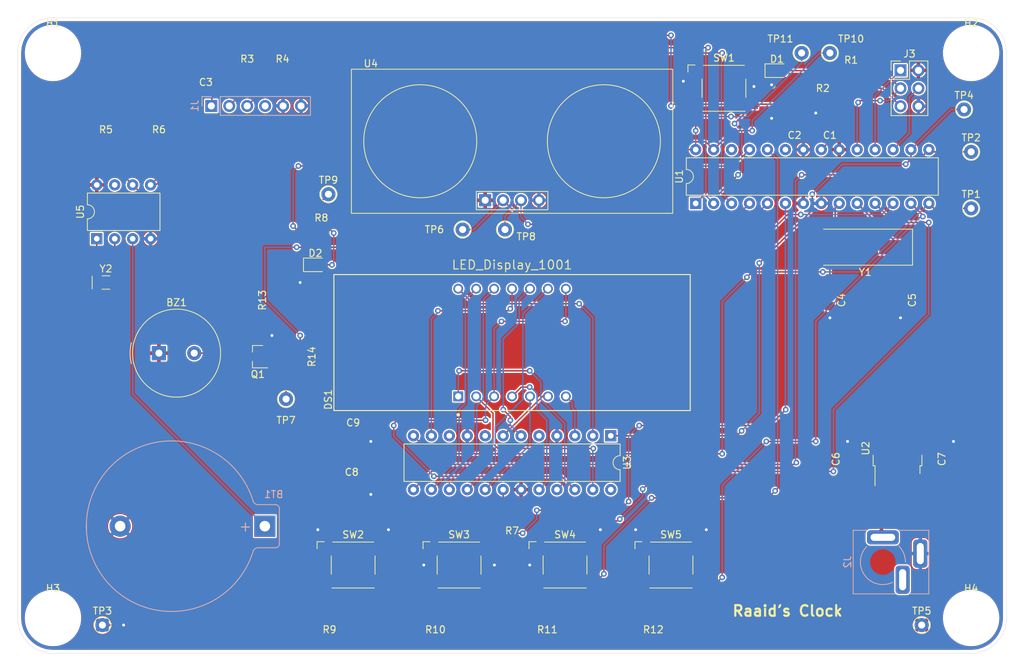
<source format=kicad_pcb>
(kicad_pcb (version 20211014) (generator pcbnew)
  (layers (0 "F.Cu" signal) (31 "B.Cu" signal) (34 "B.Paste" user) (35 "F.Paste" user) (36 "B.SilkS" user "B.Silkscreen") (37 "F.SilkS" user "F.Silkscreen") (38 "B.Mask" user) (39 "F.Mask" user) (44 "Edge.Cuts" user))
  (net 0 "")
  (net 1 "Net-(BT1-Pad1)")
  (net 2 "GND")
  (net 3 "BZZR")
  (net 4 "Net-(C1-Pad1)")
  (net 5 "VCC")
  (net 6 "Net-(C3-Pad1)")
  (net 7 "RESET")
  (net 8 "Net-(C4-Pad1)")
  (net 9 "Net-(C5-Pad1)")
  (net 10 "Net-(C6-Pad1)")
  (net 11 "Net-(D1-Pad2)")
  (net 12 "Net-(D2-Pad2)")
  (net 13 "Net-(DS1-Pad1)")
  (net 14 "Net-(DS1-Pad2)")
  (net 15 "Net-(DS1-Pad3)")
  (net 16 "Net-(DS1-Pad4)")
  (net 17 "Net-(DS1-Pad5)")
  (net 18 "Net-(DS1-Pad6)")
  (net 19 "Net-(DS1-Pad7)")
  (net 20 "Net-(DS1-Pad9)")
  (net 21 "Net-(DS1-Pad10)")
  (net 22 "Net-(DS1-Pad11)")
  (net 23 "Net-(DS1-Pad12)")
  (net 24 "Net-(DS1-Pad13)")
  (net 25 "Net-(DS1-Pad14)")
  (net 27 "Net-(J1-Pad3)")
  (net 28 "Net-(J1-Pad2)")
  (net 30 "MISO")
  (net 31 "LED_SCK")
  (net 32 "MOSI")
  (net 33 "RXD")
  (net 34 "TXD")
  (net 35 "SCL")
  (net 36 "SDA")
  (net 37 "Net-(R7-Pad2)")
  (net 38 "ALRM_STS")
  (net 39 "BTN_UP")
  (net 40 "BTN_DWN")
  (net 41 "BTN_SEL")
  (net 42 "BTN_ALRM")
  (net 43 "DISP_CLK")
  (net 44 "DISP_DATA")
  (net 45 "TRIG")
  (net 46 "ECHO")
  (net 48 "DISP_LOAD")
  (net 53 "Net-(U5-Pad1)")
  (net 54 "Net-(U5-Pad2)")
  (net 57 "Net-(BZ1-Pad2)")
  (net 58 "Net-(Q1-Pad1)")
  (footprint "footprints:MountingHole_3.2mm_M3" (layer "F.Cu") (at 215 140)
    (fp_text reference "H4")
    (fp_text value "MountingHole")
  )
  (footprint "footprints:TestPoint_THTPad_D2.0mm_Drill1.0mm" (layer "F.Cu") (at 92 141)
    (fp_text reference "TP3")
    (fp_text value "TestPoint")
  )
  (footprint "footprints:R_0805_2012Metric" (layer "F.Cu") (at 124.15 140 180)
    (fp_text reference "R9")
    (fp_text value "R_0805_10K")
  )
  (footprint "footprints:C_0805_2012Metric" (layer "F.Cu") (at 127.3 121)
    (fp_text reference "C8")
    (fp_text value "C_0805_0.1uf")
  )
  (footprint "footprints:C_0805_2012Metric" (layer "F.Cu") (at 127.5 114)
    (fp_text reference "C9")
    (fp_text value "C_0805_10uf")
  )
  (footprint "footprints:C_0805_2012Metric" (layer "F.Cu") (at 195 70 180)
    (fp_text reference "C1")
    (fp_text value "C_0805_0.1uf")
  )
  (footprint "footprints:R_0805_2012Metric" (layer "F.Cu") (at 170 140 180)
    (fp_text reference "R12")
    (fp_text value "R_0805_10K")
  )
  (footprint "footprints:TestPoint_THTPad_D2.0mm_Drill1.0mm" (layer "F.Cu") (at 191 60)
    (fp_text reference "TP11")
    (fp_text value "TestPoint")
  )
  (footprint "footprints:Buzzer_TDK_PS1240P02BT_D12.2mm_H6.5mm" (layer "F.Cu") (at 100 102.5)
    (fp_text reference "BZ1")
    (fp_text value "Buzzer")
  )
  (footprint "footprints:TestPoint_THTPad_D2.0mm_Drill1.0mm" (layer "F.Cu") (at 149 85)
    (fp_text reference "TP8")
    (fp_text value "TestPoint")
  )
  (footprint "footprints:HC-SR04_Horiz" (layer "F.Cu") (at 150 72.5)
    (fp_text reference "U4")
    (fp_text value "UltrasonicModule")
  )
  (footprint "footprints:DIP-8_W7.62mm" (layer "F.Cu") (at 91.2 86.3 90)
    (fp_text reference "U5")
    (fp_text value "DS1307_DIP-8")
  )
  (footprint "footprints:TestPoint_THTPad_D2.0mm_Drill1.0mm" (layer "F.Cu") (at 118 109)
    (fp_text reference "TP7")
    (fp_text value "TestPoint")
  )
  (footprint "footprints:R_0805_2012Metric" (layer "F.Cu") (at 122 85)
    (fp_text reference "R8")
    (fp_text value "R_0805_2.2K")
  )
  (footprint "footprints:C_0805_2012Metric" (layer "F.Cu") (at 106.65 62.5 180)
    (fp_text reference "C3")
    (fp_text value "C_0805_0.1uf")
  )
  (footprint "footprints:R_0805_2012Metric" (layer "F.Cu") (at 197.5 62.5 180)
    (fp_text reference "R1")
    (fp_text value "R_0805_2.2K")
  )
  (footprint "footprints:SW_SPST_Omron_B3FS-100xP" (layer "F.Cu") (at 127.5 132.5)
    (fp_text reference "SW2")
    (fp_text value "Omron_B3F_SPST")
  )
  (footprint "footprints:TestPoint_THTPad_D2.0mm_Drill1.0mm" (layer "F.Cu") (at 215 82)
    (fp_text reference "TP1")
    (fp_text value "TestPoint")
  )
  (footprint "footprints:TestPoint_THTPad_D2.0mm_Drill1.0mm" (layer "F.Cu") (at 143 85)
    (fp_text reference "TP6")
    (fp_text value "TestPoint")
  )
  (footprint "footprints:TestPoint_THTPad_D2.0mm_Drill1.0mm" (layer "F.Cu") (at 124 80)
    (fp_text reference "TP9")
    (fp_text value "TestPoint")
  )
  (footprint "footprints:SW_SPST_Omron_B3FS-100xP" (layer "F.Cu") (at 157.5 132.5)
    (fp_text reference "SW4")
    (fp_text value "Omron_B3F_SPST")
  )
  (footprint "footprints:C_0805_2012Metric" (layer "F.Cu") (at 195 95 -90)
    (fp_text reference "C4")
    (fp_text value "C_0805_22pf")
  )
  (footprint "footprints:DIP-28_W7.62mm" (layer "F.Cu") (at 176 81.3 90)
    (fp_text reference "U1")
    (fp_text value "ATmega328-PU")
  )
  (footprint "footprints:MountingHole_3.2mm_M3" (layer "F.Cu") (at 215 60)
    (fp_text reference "H2")
    (fp_text value "MountingHole")
  )
  (footprint "footprints:MountingHole_3.2mm_M3" (layer "F.Cu") (at 85 140)
    (fp_text reference "H3")
    (fp_text value "MountingHole")
  )
  (footprint "footprints:LED_0805_2012Metric" (layer "F.Cu") (at 122.15 90)
    (fp_text reference "D2")
    (fp_text value "LED_0805")
  )
  (footprint "footprints:SW_SPST_Omron_B3FS-100xP" (layer "F.Cu") (at 180 65)
    (fp_text reference "SW1")
    (fp_text value "Omron_B3F_SPST")
  )
  (footprint "footprints:R_0805_2012Metric" (layer "F.Cu") (at 113 95 -90)
    (fp_text reference "R13")
    (fp_text value "R_0805_1K")
  )
  (footprint "footprints:C_0805_2012Metric" (layer "F.Cu") (at 197.5 117.5 90)
    (fp_text reference "C6")
    (fp_text value "C_0805_1uf")
  )
  (footprint "footprints:MountingHole_3.2mm_M3" (layer "F.Cu") (at 85 60)
    (fp_text reference "H1")
    (fp_text value "MountingHole")
  )
  (footprint "footprints:R_0805_2012Metric" (layer "F.Cu") (at 112.5 62.5)
    (fp_text reference "R3")
    (fp_text value "R_0805_4.7K")
  )
  (footprint "footprints:Crystal_SMD_HC49-SD" (layer "F.Cu") (at 200 87.5 180)
    (fp_text reference "Y1")
    (fp_text value "Crystal_16MHz")
  )
  (footprint "footprints:R_0805_2012Metric" (layer "F.Cu") (at 150 126 180)
    (fp_text reference "R7")
    (fp_text value "R_0805_22K")
  )
  (footprint "footprints:TestPoint_THTPad_D2.0mm_Drill1.0mm" (layer "F.Cu") (at 195 60)
    (fp_text reference "TP10")
    (fp_text value "TestPoint")
  )
  (footprint "footprints:SW_SPST_Omron_B3FS-100xP" (layer "F.Cu") (at 172.5 132.5)
    (fp_text reference "SW5")
    (fp_text value "Omron_B3F_SPST")
  )
  (footprint "footprints:R_0805_2012Metric" (layer "F.Cu") (at 117.5 62.5)
    (fp_text reference "R4")
    (fp_text value "R_0805_4.7K")
  )
  (footprint "footprints:R_0805_2012Metric" (layer "F.Cu") (at 139.15 140 180)
    (fp_text reference "R10")
    (fp_text value "R_0805_10K")
  )
  (footprint "footprints:C_0805_2012Metric" (layer "F.Cu") (at 212.5 117.5 90)
    (fp_text reference "C7")
    (fp_text value "C_0805_0.1uf")
  )
  (footprint "footprints:DIP-24_W7.62mm" (layer "F.Cu") (at 163.975 114.2 -90)
    (fp_text reference "U3")
    (fp_text value "MAX7219")
  )
  (footprint "footprints:LED_0805_2012Metric" (layer "F.Cu") (at 187.5 62.5)
    (fp_text reference "D1")
    (fp_text value "LED_0805")
  )
  (footprint "footprints:R_0805_2012Metric" (layer "F.Cu") (at 100 72.5)
    (fp_text reference "R6")
    (fp_text value "R_0805_4.7K")
  )
  (footprint "footprints:R_0805_2012Metric" (layer "F.Cu") (at 155 140 180)
    (fp_text reference "R11")
    (fp_text value "R_0805_10K")
  )
  (footprint "footprints:Adafruit-1001-0-0-MFG" (layer "F.Cu") (at 150 101 90)
    (fp_text reference "DS1")
    (fp_text value "LED_Display_1001")
  )
  (footprint "footprints:R_0805_2012Metric" (layer "F.Cu") (at 197.5 65)
    (fp_text reference "R2")
    (fp_text value "R_0805_10K")
  )
  (footprint "footprints:SOT-23" (layer "F.Cu") (at 114 103 180)
    (fp_text reference "Q1")
    (fp_text value "NPN_2N3904_SOT23")
  )
  (footprint "footprints:TestPoint_THTPad_D2.0mm_Drill1.0mm" (layer "F.Cu") (at 214 68)
    (fp_text reference "TP4")
    (fp_text value "TestPoint")
  )
  (footprint "footprints:Crystal_SMD_2Pin_3.2x1.5mm" (layer "F.Cu") (at 92.5 92.5)
    (fp_text reference "Y2")
    (fp_text value "Crystal_32768Hz")
  )
  (footprint "footprints:TestPoint_THTPad_D2.0mm_Drill1.0mm" (layer "F.Cu") (at 215 74)
    (fp_text reference "TP2")
    (fp_text value "TestPoint")
  )
  (footprint "footprints:PinHeader_2x03_P2.54mm_Vertical" (layer "F.Cu") (at 205 62.46)
    (fp_text reference "J3")
    (fp_text value "Conn_02x03_Odd_Even")
  )
  (footprint "footprints:TO-252-2" (layer "F.Cu") (at 204.575 115.975 90)
    (fp_text reference "U2")
    (fp_text value "L7805")
  )
  (footprint "footprints:C_0805_2012Metric" (layer "F.Cu") (at 190 70 180)
    (fp_text reference "C2")
    (fp_text value "C_0805_0.1uf")
  )
  (footprint "footprints:R_0805_2012Metric" (layer "F.Cu") (at 120 103 -90)
    (fp_text reference "R14")
    (fp_text value "R_0805_2.2K")
  )
  (footprint "footprints:SW_SPST_Omron_B3FS-100xP" (layer "F.Cu") (at 142.5 132.5)
    (fp_text reference "SW3")
    (fp_text value "Omron_B3F_SPST")
  )
  (footprint "footprints:C_0805_2012Metric" (layer "F.Cu") (at 205 95 -90)
    (fp_text reference "C5")
    (fp_text value "C_0805_22pf")
  )
  (footprint "footprints:R_0805_2012Metric" (layer "F.Cu") (at 92.5 72.5)
    (fp_text reference "R5")
    (fp_text value "R_0805_4.7K")
  )
  (footprint "footprints:TestPoint_THTPad_D2.0mm_Drill1.0mm" (layer "F.Cu") (at 208 141)
    (fp_text reference "TP5")
    (fp_text value "TestPoint")
  )
  (footprint "footprints:BatteryHolder_Keystone_106_1x20mm" (layer "B.Cu") (at 115 126.999984 180)
    (fp_text reference "BT1")
    (fp_text value "Battery_Cell")
  )
  (footprint "footprints:Wurth-694106402002" (layer "B.Cu") (at 202.5 132.08 -90)
    (fp_text reference "J2")
    (fp_text value "Power_inlet_vertical" hide)
  )
  (footprint "footprints:PinHeader_1x06_P2.54mm_Vertical" (layer "B.Cu") (at 107.42 67.5 -90)
    (fp_text reference "J1")
    (fp_text value "Conn_01x06")
  )
  (gr_line locked (start 220 60) (end 220 140) (layer "Edge.Cuts") (width 0.05))
  (gr_line locked (start 80 60) (end 80 140) (layer "Edge.Cuts") (width 0.05))
  (gr_arc locked (start 80 60) (mid 81.464466 56.464466) (end 85 55) (layer "Edge.Cuts") (width 0.05))
  (gr_arc locked (start 85 145) (mid 81.464466 143.535534) (end 80 140) (layer "Edge.Cuts") (width 0.05))
  (gr_arc locked (start 220 140) (mid 218.535534 143.535534) (end 215 145) (layer "Edge.Cuts") (width 0.05))
  (gr_line locked (start 215 55) (end 85 55) (layer "Edge.Cuts") (width 0.05))
  (gr_arc locked (start 215 55) (mid 218.535534 56.464466) (end 220 60) (layer "Edge.Cuts") (width 0.05))
  (gr_line locked (start 215 145) (end 85 145) (layer "Edge.Cuts") (width 0.05))
  (gr_text "Raaid's Clock" (at 189 139) (layer "F.SilkS") (effects (font (size 1.5 1.5) (thickness 0.3))))
  (segment (start 96.28 86.3) (end 96.28 108.279984) (width 0.2032) (layer "B.Cu") (net 1))
  (segment (start 96.28 108.279984) (end 115 126.999984) (width 0.2032) (layer "B.Cu") (net 1))
  (segment (start 205 95.85) (end 205 97.5) (width 0.2032) (layer "F.Cu") (net 2))
  (segment (start 129.65 122.5) (end 130 122.5) (width 0.2032) (layer "F.Cu") (net 2))
  (segment (start 138.5 131.5) (end 137.5 132.5) (width 0.2032) (layer "F.Cu") (net 2))
  (segment (start 123.5 128.5) (end 122.5 127.5) (width 0.2032) (layer "F.Cu") (net 2))
  (segment (start 186.5625 62.5) (end 186.5625 64.3125) (width 0.2032) (layer "F.Cu") (net 2))
  (segment (start 211.375 113.875) (end 212.5 115) (width 0.508) (layer "F.Cu") (net 2))
  (segment (start 153.5 131.5) (end 152.5 132.5) (width 0.2032) (layer "F.Cu") (net 2))
  (segment (start 146.5 131.5) (end 147.5 132.5) (width 0.2032) (layer "F.Cu") (net 2))
  (segment (start 195 95.85) (end 195 97.5) (width 0.2032) (layer "F.Cu") (net 2))
  (segment (start 146.5 130.25) (end 146.5 131.5) (width 0.2032) (layer "F.Cu") (net 2))
  (segment (start 128.15 121) (end 129.65 122.5) (width 0.2032) (layer "F.Cu") (net 2))
  (segment (start 168.5 130.25) (end 168.5 128.5) (width 0.2032) (layer "F.Cu") (net 2))
  (segment (start 186.5625 64.3125) (end 186.75 64.5) (width 0.2032) (layer "F.Cu") (net 2))
  (segment (start 194.15 69.65) (end 193 68.5) (width 0.2032) (layer "F.Cu") (net 2))
  (segment (start 115 101) (end 116 100) (width 0.2032) (layer "F.Cu") (net 2))
  (segment (start 121.2125 90) (end 120 91.2125) (width 0.2032) (layer "F.Cu") (net 2))
  (segment (start 175.5 62.75) (end 174.25 64) (width 0.2032) (layer "F.Cu") (net 2))
  (segment (start 153.5 130.25) (end 153.5 131.5) (width 0.2032) (layer "F.Cu") (net 2))
  (segment (start 197.5 116.65) (end 197.5 115) (width 0.508) (layer "F.Cu") (net 2))
  (segment (start 184 64.5) (end 184.25 64.75) (width 0.2032) (layer "F.Cu") (net 2))
  (segment (start 187.5 70) (end 186.75 69.25) (width 0.2032) (layer "F.Cu") (net 2))
  (segment (start 184 62.75) (end 184 64.5) (width 0.2032) (layer "F.Cu") (net 2))
  (segment (start 115 102.05) (end 115 101) (width 0.2032) (layer "F.Cu") (net 2))
  (segment (start 123.5 130.25) (end 123.5 128.5) (width 0.2032) (layer "F.Cu") (net 2))
  (segment (start 204.575 113.875) (end 211.375 113.875) (width 0.508) (layer "F.Cu") (net 2))
  (segment (start 176.5 128.5) (end 177.5 127.5) (width 0.2032) (layer "F.Cu") (net 2))
  (segment (start 189.15 70) (end 187.5 70) (width 0.2032) (layer "F.Cu") (net 2))
  (segment (start 131.5 128.5) (end 132.5 127.5) (width 0.2032) (layer "F.Cu") (net 2))
  (segment (start 120 91.2125) (end 120 92.5) (width 0.2032) (layer "F.Cu") (net 2))
  (segment (start 131.5 130.25) (end 131.5 128.5) (width 0.2032) (layer "F.Cu") (net 2))
  (segment (start 161.5 130.25) (end 161.5 128.5) (width 0.2032) (layer "F.Cu") (net 2))
  (segment (start 176.5 130.25) (end 176.5 128.5) (width 0.2032) (layer "F.Cu") (net 2))
  (segment (start 128.35 114) (end 129.35 115) (width 0.2032) (layer "F.Cu") (net 2))
  (segment (start 204.575 113.875) (end 198.625 113.875) (width 0.508) (layer "F.Cu") (net 2))
  (segment (start 161.5 128.5) (end 162.5 127.5) (width 0.2032) (layer "F.Cu") (net 2))
  (segment (start 198.625 113.875) (end 197.5 115) (width 0.508) (layer "F.Cu") (net 2))
  (segment (start 212.5 116.3) (end 212.5 115) (width 0.508) (layer "F.Cu") (net 2))
  (segment (start 168.5 128.5) (end 167.5 127.5) (width 0.2032) (layer "F.Cu") (net 2))
  (segment (start 138.5 130.25) (end 138.5 131.5) (width 0.2032) (layer "F.Cu") (net 2))
  (segment (start 92 141) (end 95 141) (width 0.2032) (layer "F.Cu") (net 2))
  (segment (start 129.35 115) (end 130 115) (width 0.2032) (layer "F.Cu") (net 2))
  (via (at 212.5 115) (size 0.8128) (drill 0.4064) (layers "F.Cu" "B.Cu") (net 2))
  (via (at 197.5 115) (size 0.8128) (drill 0.4064) (layers "F.Cu" "B.Cu") (net 2))
  (via (at 167.5 127.5) (size 0.8128) (drill 0.4064) (layers "F.Cu" "B.Cu") (net 2))
  (via (at 147.5 132.5) (size 0.8128) (drill 0.4064) (layers "F.Cu" "B.Cu") (net 2))
  (via (at 186.75 64.5) (size 0.8128) (drill 0.4064) (layers "F.Cu" "B.Cu") (net 2))
  (via (at 186.75 69.25) (size 0.8128) (drill 0.4064) (layers "F.Cu" "B.Cu") (net 2))
  (via (at 174.25 64) (size 0.8128) (drill 0.4064) (layers "F.Cu" "B.Cu") (net 2))
  (via (at 177.5 127.5) (size 0.8128) (drill 0.4064) (layers "F.Cu" "B.Cu") (net 2))
  (via (at 205 97.5) (size 0.8128) (drill 0.4064) (layers "F.Cu" "B.Cu") (net 2))
  (via (at 130 115) (size 0.8128) (drill 0.4064) (layers "F.Cu" "B.Cu") (net 2))
  (via (at 95 141) (size 0.8128) (drill 0.4064) (layers "F.Cu" "B.Cu") (net 2))
  (via (at 193 68.5) (size 0.8128) (drill 0.4064) (layers "F.Cu" "B.Cu") (net 2))
  (via (at 122.5 127.5) (size 0.8128) (drill 0.4064) (layers "F.Cu" "B.Cu") (net 2))
  (via (at 184.25 64.75) (size 0.8128) (drill 0.4064) (layers "F.Cu" "B.Cu") (net 2))
  (via (at 162.5 127.5) (size 0.8128) (drill 0.4064) (layers "F.Cu" "B.Cu") (net 2))
  (via (at 120 92.5) (size 0.8128) (drill 0.4064) (layers "F.Cu" "B.Cu") (net 2))
  (via (at 195 97.5) (size 0.8128) (drill 0.4064) (layers "F.Cu" "B.Cu") (net 2))
  (via (at 116 100) (size 0.8128) (drill 0.4064) (layers "F.Cu" "B.Cu") (net 2))
  (via (at 137.5 132.5) (size 0.8128) (drill 0.4064) (layers "F.Cu" "B.Cu") (net 2))
  (via (at 130 122.5) (size 0.8128) (drill 0.4064) (layers "F.Cu" "B.Cu") (net 2))
  (via (at 132.5 127.5) (size 0.8128) (drill 0.4064) (layers "F.Cu" "B.Cu") (net 2))
  (via (at 152.5 132.5) (size 0.8128) (drill 0.4064) (layers "F.Cu" "B.Cu") (net 2))
  (segment (start 189.020652 82.872459) (end 190.872459 82.872459) (width 0.2032) (layer "F.Cu") (net 3))
  (segment (start 120 102.15) (end 120 100) (width 0.2032) (layer "F.Cu") (net 3))
  (segment (start 184.393111 87.5) (end 189.020652 82.872459) (width 0.2032) (layer "F.Cu") (net 3))
  (segment (start 119.5 87.5) (end 184.393111 87.5) (width 0.2032) (layer "F.Cu") (net 3))
  (via (at 120 100) (size 0.8128) (drill 0.4064) (layers "F.Cu" "B.Cu") (net 3))
  (via (at 119.5 87.5) (size 0.8128) (drill 0.4064) (layers "F.Cu" "B.Cu") (net 3))
  (via (at 190.872459 82.872459) (size 0.8128) (drill 0.4064) (layers "F.Cu" "B.Cu") (net 3))
  (segment (start 115 87.5) (end 119.5 87.5) (width 0.2032) (layer "B.Cu") (net 3))
  (segment (start 202.367541 82.872459) (end 203.94 81.3) (width 0.2032) (layer "B.Cu") (net 3))
  (segment (start 120 100) (end 115 95) (width 0.2032) (layer "B.Cu") (net 3))
  (segment (start 115 95) (end 115 87.5) (width 0.2032) (layer "B.Cu") (net 3))
  (segment (start 190.872459 82.872459) (end 202.367541 82.872459) (width 0.2032) (layer "B.Cu") (net 3))
  (segment (start 195.85 71.61) (end 193.78 73.68) (width 0.2032) (layer "F.Cu") (net 4))
  (segment (start 195.85 70) (end 195.85 71.61) (width 0.2032) (layer "F.Cu") (net 4))
  (segment (start 107.5 62.5) (end 107.5 67.42) (width 0.2032) (layer "F.Cu") (net 6))
  (segment (start 176 67.25) (end 184 67.25) (width 0.2032) (layer "F.Cu") (net 7))
  (segment (start 172.5 67.5) (end 172.75 67.25) (width 0.2032) (layer "F.Cu") (net 7))
  (segment (start 110.616378 57.5) (end 172.5 57.5) (width 0.2032) (layer "F.Cu") (net 7))
  (segment (start 181.5 70) (end 184 67.5) (width 0.2032) (layer "F.Cu") (net 7))
  (segment (start 196.283622 67.25) (end 198.35 65.183622) (width 0.2032) (layer "F.Cu") (net 7))
  (segment (start 176 81.3) (end 177.104311 80.195689) (width 0.2032) (layer "F.Cu") (net 7))
  (segment (start 172.75 67.25) (end 176 67.25) (width 0.2032) (layer "F.Cu") (net 7))
  (segment (start 198.35 65) (end 202.46 65) (width 0.2032) (layer "F.Cu") (net 7))
  (segment (start 184 67.25) (end 196.283622 67.25) (width 0.2032) (layer "F.Cu") (net 7))
  (segment (start 179.054311 80.195689) (end 182 77.25) (width 0.2032) (layer "F.Cu") (net 7))
  (segment (start 202.46 65) (end 205 67.54) (width 0.2032) (layer "F.Cu") (net 7))
  (segment (start 105.8 62.316378) (end 110.616378 57.5) (width 0.2032) (layer "F.Cu") (net 7))
  (segment (start 177.104311 80.195689) (end 179.054311 80.195689) (width 0.2032) (layer "F.Cu") (net 7))
  (via (at 181.5 70) (size 0.8128) (drill 0.4064) (layers "F.Cu" "B.Cu") (net 7))
  (via (at 182 77.25) (size 0.8128) (drill 0.4064) (layers "F.Cu" "B.Cu") (net 7))
  (via (at 172.5 57.5) (size 0.8128) (drill 0.4064) (layers "F.Cu" "B.Cu") (net 7))
  (via (at 172.5 67.5) (size 0.8128) (drill 0.4064) (layers "F.Cu" "B.Cu") (net 7))
  (segment (start 182.515689 76.734311) (end 182.515689 71.015689) (width 0.2032) (layer "B.Cu") (net 7))
  (segment (start 172.5 57.5) (end 172.5 67.5) (width 0.2032) (layer "B.Cu") (net 7))
  (segment (start 182 77.25) (end 182.515689 76.734311) (width 0.2032) (layer "B.Cu") (net 7))
  (segment (start 182.515689 71.015689) (end 181.5 70) (width 0.2032) (layer "B.Cu") (net 7))
  (segment (start 195 94.15) (end 195 88.25) (width 0.2032) (layer "F.Cu") (net 8))
  (segment (start 195.75 81.87) (end 196.32 81.3) (width 0.2032) (layer "F.Cu") (net 8))
  (segment (start 195.75 87.5) (end 195.75 81.87) (width 0.2032) (layer "F.Cu") (net 8))
  (segment (start 204.25 86.69) (end 198.86 81.3) (width 0.2032) (layer "F.Cu") (net 9))
  (segment (start 205 94.15) (end 205 88.25) (width 0.2032) (layer "F.Cu") (net 9))
  (segment (start 202.295 127.675) (end 203.2 128.58) (width 0.2032) (layer "F.Cu") (net 10))
  (segment (start 197.5 118.35) (end 200.47 118.35) (width 0.508) (layer "F.Cu") (net 10))
  (segment (start 200.47 118.35) (end 202.295 120.175) (width 0.508) (layer "F.Cu") (net 10))
  (segment (start 202.294998 120.174995) (end 202.294998 127.675005) (width 0.508) (layer "F.Cu") (net 10))
  (segment (start 188.4375 62.5) (end 196.65 62.5) (width 0.2032) (layer "F.Cu") (net 11))
  (segment (start 124.5 90) (end 123.0875 90) (width 0.2032) (layer "F.Cu") (net 12))
  (segment (start 122.85 85) (end 124.25 85) (width 0.2032) (layer "F.Cu") (net 12))
  (segment (start 124.25 85) (end 124.75 85.5) (width 0.2032) (layer "F.Cu") (net 12))
  (via (at 124.5 90) (size 0.8128) (drill 0.4064) (layers "F.Cu" "B.Cu") (net 12))
  (via (at 124.75 85.5) (size 0.8128) (drill 0.4064) (layers "F.Cu" "B.Cu") (net 12))
  (segment (start 124.75 85.5) (end 124.75 89.75) (width 0.2032) (layer "B.Cu") (net 12))
  (segment (start 124.75 89.75) (end 124.5 90) (width 0.2032) (layer "B.Cu") (net 12))
  (segment (start 152.5 105) (end 142.5 105) (width 0.2032) (layer "F.Cu") (net 13))
  (via (at 152.5 105) (size 0.8128) (drill 0.4064) (layers "F.Cu" "B.Cu") (net 13))
  (via (at 142.5 105) (size 0.8128) (drill 0.4064) (layers "F.Cu" "B.Cu") (net 13))
  (segment (start 157.459311 120.715689) (end 157.459311 112.459311) (width 0.2032) (layer "B.Cu") (net 13))
  (segment (start 142.38 105.12) (end 142.38 108.62) (width 0.2032) (layer "B.Cu") (net 13))
  (segment (start 156.355 121.82) (end 157.459311 120.715689) (width 0.2032) (layer "B.Cu") (net 13))
  (segment (start 157.459311 112.459311) (end 154.075689 109.075689) (width 0.2032) (layer "B.Cu") (net 13))
  (segment (start 142.5 105) (end 142.38 105.12) (width 0.2032) (layer "B.Cu") (net 13))
  (segment (start 154.075689 109.075689) (end 154.075689 106.575689) (width 0.2032) (layer "B.Cu") (net 13))
  (segment (start 154.075689 106.575689) (end 152.5 105) (width 0.2032) (layer "B.Cu") (net 13))
  (segment (start 147.299311 110.999311) (end 147.299311 115.299311) (width 0.2032) (layer "F.Cu") (net 14))
  (segment (start 148 116) (end 161.5 116) (width 0.2032) (layer "F.Cu") (net 14))
  (segment (start 147.299311 115.299311) (end 148 116) (width 0.2032) (layer "F.Cu") (net 14))
  (segment (start 144.92 108.62) (end 147.299311 110.999311) (width 0.2032) (layer "F.Cu") (net 14))
  (via (at 161.5 116) (size 0.8128) (drill 0.4064) (layers "F.Cu" "B.Cu") (net 14))
  (segment (start 161.435 116.065) (end 161.435 121.82) (width 0.2032) (layer "B.Cu") (net 14))
  (segment (start 161.5 116) (end 161.435 116.065) (width 0.2032) (layer "B.Cu") (net 14))
  (segment (start 133.25 112.5) (end 133.75 112) (width 0.2032) (layer "F.Cu") (net 15))
  (segment (start 138.930041 119.930041) (end 157.005041 119.930041) (width 0.2032) (layer "F.Cu") (net 15))
  (segment (start 157.005041 119.930041) (end 158.895 121.82) (width 0.2032) (layer "F.Cu") (net 15))
  (segment (start 148.5 98) (end 157.5 98) (width 0.2032) (layer "F.Cu") (net 15))
  (segment (start 146.25 112) (end 133.75 112) (width 0.2032) (layer "F.Cu") (net 15))
  (segment (start 133.25 112.5) (end 133.25 112.75) (width 0.2032) (layer "F.Cu") (net 15))
  (via (at 157.5 98) (size 0.8128) (drill 0.4064) (layers "F.Cu" "B.Cu") (net 15))
  (via (at 148.5 98) (size 0.8128) (drill 0.4064) (layers "F.Cu" "B.Cu") (net 15))
  (via (at 146.25 112) (size 0.8128) (drill 0.4064) (layers "F.Cu" "B.Cu") (net 15))
  (via (at 138.930041 119.930041) (size 0.8128) (drill 0.4064) (layers "F.Cu" "B.Cu") (net 15))
  (via (at 133.25 112.75) (size 0.8128) (drill 0.4064) (layers "F.Cu" "B.Cu") (net 15))
  (segment (start 147.46 108.62) (end 147.46 99.04) (width 0.2032) (layer "B.Cu") (net 15))
  (segment (start 133.25 112.75) (end 133.25 114.25) (width 0.2032) (layer "B.Cu") (net 15))
  (segment (start 157.62 97.88) (end 157.62 93.38) (width 0.2032) (layer "B.Cu") (net 15))
  (segment (start 157.5 98) (end 157.62 97.88) (width 0.2032) (layer "B.Cu") (net 15))
  (segment (start 147.46 108.62) (end 146.25 109.83) (width 0.2032) (layer "B.Cu") (net 15))
  (segment (start 133.25 114.25) (end 138.930041 119.930041) (width 0.2032) (layer "B.Cu") (net 15))
  (segment (start 146.25 109.83) (end 146.25 112) (width 0.2032) (layer "B.Cu") (net 15))
  (segment (start 147.46 99.04) (end 148.5 98) (width 0.2032) (layer "B.Cu") (net 15))
  (segment (start 151.308268 107.311732) (end 150 108.62) (width 0.2032) (layer "F.Cu") (net 16))
  (segment (start 152.493276 107.311732) (end 151.308268 107.311732) (width 0.2032) (layer "F.Cu") (net 16))
  (via (at 152.493276 107.311732) (size 0.8128) (drill 0.4064) (layers "F.Cu" "B.Cu") (net 16))
  (segment (start 154.919311 120.715689) (end 154.919311 111.973391) (width 0.2032) (layer "B.Cu") (net 16))
  (segment (start 154.919311 111.973391) (end 153.544311 110.598391) (width 0.2032) (layer "B.Cu") (net 16))
  (segment (start 152.652043 107.311732) (end 152.493276 107.311732) (width 0.2032) (layer "B.Cu") (net 16))
  (segment (start 153.544311 110.598391) (end 153.544311 108.204) (width 0.2032) (layer "B.Cu") (net 16))
  (segment (start 153.544311 108.204) (end 152.652043 107.311732) (width 0.2032) (layer "B.Cu") (net 16))
  (segment (start 153.815 121.82) (end 154.919311 120.715689) (width 0.2032) (layer "B.Cu") (net 16))
  (segment (start 146.195 121.82) (end 152.54 115.475) (width 0.2032) (layer "B.Cu") (net 17))
  (segment (start 152.54 115.475) (end 152.54 108.62) (width 0.2032) (layer "B.Cu") (net 17))
  (segment (start 148.735 114.2) (end 154.315 108.62) (width 0.2032) (layer "F.Cu") (net 18))
  (segment (start 154.315 108.62) (end 155.08 108.62) (width 0.2032) (layer "F.Cu") (net 18))
  (segment (start 157.62 108.62) (end 158.5 109.5) (width 0.2032) (layer "B.Cu") (net 19))
  (segment (start 158.5 109.5) (end 158.5 110.25) (width 0.2032) (layer "B.Cu") (net 19))
  (segment (start 158.5 110.25) (end 158.895 110.645) (width 0.2032) (layer "B.Cu") (net 19))
  (segment (start 158.895 110.645) (end 158.895 114.2) (width 0.2032) (layer "B.Cu") (net 19))
  (segment (start 143.655 121.82) (end 147.630689 117.844311) (width 0.2032) (layer "B.Cu") (net 20))
  (segment (start 151.535689 96.924311) (end 155.08 93.38) (width 0.2032) (layer "B.Cu") (net 20))
  (segment (start 147.630689 117.844311) (end 147.630689 112.941) (width 0.2032) (layer "B.Cu") (net 20))
  (segment (start 151.535689 109.036) (end 151.535689 96.924311) (width 0.2032) (layer "B.Cu") (net 20))
  (segment (start 147.630689 112.941) (end 151.535689 109.036) (width 0.2032) (layer "B.Cu") (net 20))
  (segment (start 149.75 111.5) (end 148.75 110.5) (width 0.2032) (layer "F.Cu") (net 21))
  (segment (start 149.75 112) (end 149.75 111.5) (width 0.2032) (layer "F.Cu") (net 21))
  (via (at 149.75 112) (size 0.8128) (drill 0.4064) (layers "F.Cu" "B.Cu") (net 21))
  (via (at 148.75 110.5) (size 0.8128) (drill 0.4064) (layers "F.Cu" "B.Cu") (net 21))
  (segment (start 151 94.92) (end 152.54 93.38) (width 0.2032) (layer "B.Cu") (net 21))
  (segment (start 151.275 114.2) (end 149.75 112.675) (width 0.2032) (layer "B.Cu") (net 21))
  (segment (start 148.75 100.5) (end 151 98.25) (width 0.2032) (layer "B.Cu") (net 21))
  (segment (start 148.75 110.5) (end 148.75 100.5) (width 0.2032) (layer "B.Cu") (net 21))
  (segment (start 151 98.25) (end 151 94.92) (width 0.2032) (layer "B.Cu") (net 21))
  (segment (start 149.75 112.675) (end 149.75 112) (width 0.2032) (layer "B.Cu") (net 21))
  (segment (start 149.4607 96.5) (end 149.75 96.2107) (width 0.2032) (layer "F.Cu") (net 22))
  (segment (start 139.5 96.5) (end 149.4607 96.5) (width 0.2032) (layer "F.Cu") (net 22))
  (via (at 149.75 96.2107) (size 0.8128) (drill 0.4064) (layers "F.Cu" "B.Cu") (net 22))
  (via (at 139.5 96.5) (size 0.8128) (drill 0.4064) (layers "F.Cu" "B.Cu") (net 22))
  (segment (start 138.575 97.675) (end 139.5 96.75) (width 0.2032) (layer "B.Cu") (net 22))
  (segment (start 150 95.9607) (end 150 93.38) (width 0.2032) (layer "B.Cu") (net 22))
  (segment (start 138.575 114.2) (end 138.575 97.675) (width 0.2032) (layer "B.Cu") (net 22))
  (segment (start 149.75 96.2107) (end 150 95.9607) (width 0.2032) (layer "B.Cu") (net 22))
  (segment (start 139.5 96.75) (end 139.5 96.5) (width 0.2032) (layer "B.Cu") (net 22))
  (segment (start 145.924311 94.915689) (end 147.46 93.38) (width 0.2032) (layer "B.Cu") (net 23))
  (segment (start 145 116.80363) (end 145 109.960311) (width 0.2032) (layer "B.Cu") (net 23))
  (segment (start 145 109.960311) (end 145.924311 109.036) (width 0.2032) (layer "B.Cu") (net 23))
  (segment (start 145.924311 109.036) (end 145.924311 94.915689) (width 0.2032) (layer "B.Cu") (net 23))
  (segment (start 141.115 120.68863) (end 145 116.80363) (width 0.2032) (layer "B.Cu") (net 23))
  (segment (start 141.115 121.82) (end 141.115 120.68863) (width 0.2032) (layer "B.Cu") (net 23))
  (segment (start 143.384311 109.624311) (end 143.384311 94.915689) (width 0.2032) (layer "B.Cu") (net 24))
  (segment (start 143.384311 94.915689) (end 144.92 93.38) (width 0.2032) (layer "B.Cu") (net 24))
  (segment (start 142.5 117.895) (end 142.5 110.508622) (width 0.2032) (layer "B.Cu") (net 24))
  (segment (start 142.5 110.508622) (end 143.384311 109.624311) (width 0.2032) (layer "B.Cu") (net 24))
  (segment (start 138.575 121.82) (end 142.5 117.895) (width 0.2032) (layer "B.Cu") (net 24))
  (segment (start 159.5 95.5) (end 144.5 95.5) (width 0.2032) (layer "F.Cu") (net 25))
  (segment (start 144.5 95.5) (end 142.38 93.38) (width 0.2032) (layer "F.Cu") (net 25))
  (via (at 159.5 95.5) (size 0.8128) (drill 0.4064) (layers "F.Cu" "B.Cu") (net 25))
  (segment (start 161.435 114.2) (end 161.435 97.435) (width 0.2032) (layer "B.Cu") (net 25))
  (segment (start 161.435 97.435) (end 159.5 95.5) (width 0.2032) (layer "B.Cu") (net 25))
  (segment (start 118.35 62.625) (end 115.707971 65.267029) (width 0.2032) (layer "F.Cu") (net 27))
  (segment (start 115.707971 65.267029) (end 114.732971 65.267029) (width 0.2032) (layer "F.Cu") (net 27))
  (segment (start 114.732971 65.267029) (end 112.5 67.5) (width 0.2032) (layer "F.Cu") (net 27))
  (segment (start 113.35 64.11) (end 109.96 67.5) (width 0.2032) (layer "F.Cu") (net 28))
  (segment (start 113.35 62.5) (end 113.35 64.11) (width 0.2032) (layer "F.Cu") (net 28))
  (segment (start 201.4 66.06) (end 205 62.46) (width 0.2032) (layer "B.Cu") (net 30))
  (segment (start 201.4 73.68) (end 201.4 66.06) (width 0.2032) (layer "B.Cu") (net 30))
  (segment (start 198.35 62.5) (end 202.5 62.5) (width 0.2032) (layer "F.Cu") (net 31))
  (segment (start 202.5 62.5) (end 205 65) (width 0.2032) (layer "F.Cu") (net 31))
  (segment (start 199.25 66.75) (end 199 67) (width 0.2032) (layer "F.Cu") (net 31))
  (segment (start 202.1107 66.75) (end 199.25 66.75) (width 0.2032) (layer "F.Cu") (net 31))
  (via (at 199 67) (size 0.8128) (drill 0.4064) (layers "F.Cu" "B.Cu") (net 31))
  (via (at 202.1107 66.75) (size 0.8128) (drill 0.4064) (layers "F.Cu" "B.Cu") (net 31))
  (segment (start 205 65) (end 203.25 66.75) (width 0.2032) (layer "B.Cu") (net 31))
  (segment (start 199 67) (end 198.86 67.14) (width 0.2032) (layer "B.Cu") (net 31))
  (segment (start 203.25 66.75) (end 202.1107 66.75) (width 0.2032) (layer "B.Cu") (net 31))
  (segment (start 198.86 67.14) (end 198.86 73.68) (width 0.2032) (layer "B.Cu") (net 31))
  (segment (start 206.25 71.37) (end 206.25 66.29) (width 0.2032) (layer "B.Cu") (net 32))
  (segment (start 206.25 66.29) (end 207.54 65) (width 0.2032) (layer "B.Cu") (net 32))
  (segment (start 203.94 73.68) (end 206.25 71.37) (width 0.2032) (layer "B.Cu") (net 32))
  (segment (start 114.775 59.25) (end 177.75 59.25) (width 0.2032) (layer "F.Cu") (net 33))
  (segment (start 111.65 62.375) (end 114.775 59.25) (width 0.2032) (layer "F.Cu") (net 33))
  (via (at 177.75 59.25) (size 0.8128) (drill 0.4064) (layers "F.Cu" "B.Cu") (net 33))
  (segment (start 177.435689 80.195689) (end 178.54 81.3) (width 0.2032) (layer "B.Cu") (net 33))
  (segment (start 177.75 59.25) (end 177.435689 59.564311) (width 0.2032) (layer "B.Cu") (net 33))
  (segment (start 177.435689 59.564311) (end 177.435689 80.195689) (width 0.2032) (layer "B.Cu") (net 33))
  (segment (start 119.025 60) (end 179.75 60) (width 0.2032) (layer "F.Cu") (net 34))
  (segment (start 116.65 62.375) (end 119.025 60) (width 0.2032) (layer "F.Cu") (net 34))
  (via (at 179.75 60) (size 0.8128) (drill 0.4064) (layers "F.Cu" "B.Cu") (net 34))
  (segment (start 179.644311 60.105689) (end 179.644311 79.864311) (width 0.2032) (layer "B.Cu") (net 34))
  (segment (start 179.75 60) (end 179.644311 60.105689) (width 0.2032) (layer "B.Cu") (net 34))
  (segment (start 179.644311 79.864311) (end 181.08 81.3) (width 0.2032) (layer "B.Cu") (net 34))
  (segment (start 177 69) (end 176 70) (width 0.2032) (layer "F.Cu") (net 35))
  (segment (start 176 70) (end 176 71) (width 0.2032) (layer "F.Cu") (net 35))
  (segment (start 93.35 72.5) (end 93.35 75.75) (width 0.2032) (layer "F.Cu") (net 35))
  (segment (start 105.381733 73.68) (end 99.277422 79.784311) (width 0.2032) (layer "F.Cu") (net 35))
  (segment (start 181 69) (end 177 69) (width 0.2032) (layer "F.Cu") (net 35))
  (segment (start 99.277422 79.784311) (end 97.384311 79.784311) (width 0.2032) (layer "F.Cu") (net 35))
  (segment (start 176 73.68) (end 105.381733 73.68) (width 0.2032) (layer "F.Cu") (net 35))
  (segment (start 97.384311 79.784311) (end 96.28 78.68) (width 0.2032) (layer "F.Cu") (net 35))
  (segment (start 93.35 75.75) (end 96.28 78.68) (width 0.2032) (layer "F.Cu") (net 35))
  (via (at 181 69) (size 0.8128) (drill 0.4064) (layers "F.Cu" "B.Cu") (net 35))
  (via (at 176 71) (size 0.8128) (drill 0.4064) (layers "F.Cu" "B.Cu") (net 35))
  (segment (start 191 60) (end 191 61.414213) (width 0.2032) (layer "B.Cu") (net 35))
  (segment (start 183.414213 69) (end 181 69) (width 0.2032) (layer "B.Cu") (net 35))
  (segment (start 176 71) (end 176 73.68) (width 0.2032) (layer "B.Cu") (net 35))
  (segment (start 191 61.414213) (end 183.414213 69) (width 0.2032) (layer "B.Cu") (net 35))
  (segment (start 177.435689 72.575689) (end 105.674311 72.575689) (width 0.2032) (layer "F.Cu") (net 36))
  (segment (start 184 71) (end 181.22 71) (width 0.2032) (layer "F.Cu") (net 36))
  (segment (start 178.54 73.68) (end 177.435689 72.575689) (width 0.2032) (layer "F.Cu") (net 36))
  (segment (start 100.85 76.65) (end 98.82 78.68) (width 0.2032) (layer "F.Cu") (net 36))
  (segment (start 105.674311 72.575689) (end 99.5 78.75) (width 0.2032) (layer "F.Cu") (net 36))
  (segment (start 181.22 71) (end 178.54 73.68) (width 0.2032) (layer "F.Cu") (net 36))
  (segment (start 100.85 72.5) (end 100.85 76.65) (width 0.2032) (layer "F.Cu") (net 36))
  (via (at 184 71) (size 0.8128) (drill 0.4064) (layers "F.Cu" "B.Cu") (net 36))
  (segment (start 184 69.585787) (end 184 71) (width 0.2032) (layer "B.Cu") (net 36))
  (segment (start 193.585787 60) (end 184 69.585787) (width 0.2032) (layer "B.Cu") (net 36))
  (segment (start 195 60) (end 193.585787 60) (width 0.2032) (layer "B.Cu") (net 36))
  (segment (start 148.735 121.82) (end 148.735 125.585) (width 0.2032) (layer "F.Cu") (net 37))
  (segment (start 181.3 76) (end 183.62 73.68) (width 0.2032) (layer "F.Cu") (net 38))
  (segment (start 121.15 85) (end 119.5 85) (width 0.2032) (layer "F.Cu") (net 38))
  (segment (start 121.15 82.85) (end 121.15 85) (width 0.2032) (layer "F.Cu") (net 38))
  (segment (start 124 80) (end 121.15 82.85) (width 0.2032) (layer "F.Cu") (net 38))
  (segment (start 119.5 85) (end 119 84.5) (width 0.2032) (layer "F.Cu") (net 38))
  (segment (start 119.75 76) (end 181.3 76) (width 0.2032) (layer "F.Cu") (net 38))
  (via (at 119 84.5) (size 0.8128) (drill 0.4064) (layers "F.Cu" "B.Cu") (net 38))
  (via (at 119.75 76) (size 0.8128) (drill 0.4064) (layers "F.Cu" "B.Cu") (net 38))
  (segment (start 119 76.75) (end 119.75 76) (width 0.2032) (layer "B.Cu") (net 38))
  (segment (start 119 84.5) (end 119 76.75) (width 0.2032) (layer "B.Cu") (net 38))
  (segment (start 186.5 112.75) (end 188.75 110.5) (width 0.2032) (layer "F.Cu") (net 39))
  (segment (start 168 112.75) (end 186.5 112.75) (width 0.2032) (layer "F.Cu") (net 39))
  (segment (start 123.5 134.75) (end 131.5 134.75) (width 0.2032) (layer "F.Cu") (net 39))
  (segment (start 123.5 134.75) (end 123.5 139.8) (width 0.2032) (layer "F.Cu") (net 39))
  (segment (start 138.252541 127.997459) (end 151.497459 127.997459) (width 0.2032) (layer "F.Cu") (net 39))
  (segment (start 165.25 124.75) (end 166.5 123.5) (width 0.2032) (layer "F.Cu") (net 39))
  (segment (start 131.5 134.75) (end 138.252541 127.997459) (width 0.2032) (layer "F.Cu") (net 39))
  (segment (start 153.5 124.75) (end 165.25 124.75) (width 0.2032) (layer "F.Cu") (net 39))
  (via (at 151.497459 127.997459) (size 0.8128) (drill 0.4064) (layers "F.Cu" "B.Cu") (net 39))
  (via (at 153.5 124.75) (size 0.8128) (drill 0.4064) (layers "F.Cu" "B.Cu") (net 39))
  (via (at 166.5 123.5) (size 0.8128) (drill 0.4064) (layers "F.Cu" "B.Cu") (net 39))
  (via (at 168 112.75) (size 0.8128) (drill 0.4064) (layers "F.Cu" "B.Cu") (net 39))
  (via (at 188.75 110.5) (size 0.8128) (drill 0.4064) (layers "F.Cu" "B.Cu") (net 39))
  (segment (start 188.75 110.5) (end 188.7 110.45) (width 0.2032) (layer "B.Cu") (net 39))
  (segment (start 188.7 110.45) (end 188.7 81.3) (width 0.2032) (layer "B.Cu") (net 39))
  (segment (start 166.5 123.5) (end 166.5 114.25) (width 0.2032) (layer "B.Cu") (net 39))
  (segment (start 153.5 125.994918) (end 153.5 124.75) (width 0.2032) (layer "B.Cu") (net 39))
  (segment (start 151.497459 127.997459) (end 153.5 125.994918) (width 0.2032) (layer "B.Cu") (net 39))
  (segment (start 166.5 114.25) (end 168 112.75) (width 0.2032) (layer "B.Cu") (net 39))
  (segment (start 152 129.25) (end 152 128.5) (width 0.2032) (layer "F.Cu") (net 40))
  (segment (start 146.5 134.75) (end 152 129.25) (width 0.2032) (layer "F.Cu") (net 40))
  (segment (start 168.5 121.75) (end 171 119.25) (width 0.2032) (layer "F.Cu") (net 40))
  (segment (start 154.25 126.25) (end 165.25 126.25) (width 0.2032) (layer "F.Cu") (net 40))
  (segment (start 171 119.25) (end 195.5 119.25) (width 0.2032) (layer "F.Cu") (net 40))
  (segment (start 165.25 126.25) (end 165.25 126) (width 0.2032) (layer "F.Cu") (net 40))
  (segment (start 138.5 134.75) (end 138.5 139.8) (width 0.2032) (layer "F.Cu") (net 40))
  (segment (start 204.1 84) (end 201.4 81.3) (width 0.2032) (layer "F.Cu") (net 40))
  (segment (start 209 84) (end 204.1 84) (width 0.2032) (layer "F.Cu") (net 40))
  (segment (start 152 128.5) (end 154.25 126.25) (width 0.2032) (layer "F.Cu") (net 40))
  (segment (start 138.5 134.75) (end 146.5 134.75) (width 0.2032) (layer "F.Cu") (net 40))
  (via (at 209 84) (size 0.8128) (drill 0.4064) (layers "F.Cu" "B.Cu") (net 40))
  (via (at 168.5 121.75) (size 0.8128) (drill 0.4064) (layers "F.Cu" "B.Cu") (net 40))
  (via (at 165.25 126) (size 0.8128) (drill 0.4064) (layers "F.Cu" "B.Cu") (net 40))
  (via (at 195.5 119.25) (size 0.8128) (drill 0.4064) (layers "F.Cu" "B.Cu") (net 40))
  (segment (start 165.25 126) (end 168.5 122.75) (width 0.2032) (layer "B.Cu") (net 40))
  (segment (start 168.5 122.75) (end 168.5 121.75) (width 0.2032) (layer "B.Cu") (net 40))
  (segment (start 195.5 119.25) (end 195.5 110.5) (width 0.2032) (layer "B.Cu") (net 40))
  (segment (start 195.5 110.5) (end 209 97) (width 0.2032) (layer "B.Cu") (net 40))
  (segment (start 209 97) (end 209 84) (width 0.2032) (layer "B.Cu") (net 40))
  (segment (start 153.5 134.75) (end 153.5 139.35) (width 0.2032) (layer "F.Cu") (net 41))
  (segment (start 153.5 139.35) (end 154.15 140) (width 0.2032) (layer "F.Cu") (net 41))
  (segment (start 186.25 123) (end 187.25 122) (width 0.2032) (layer "F.Cu") (net 41))
  (segment (start 153.5 134.75) (end 161.5 134.75) (width 0.2032) (layer "F.Cu") (net 41))
  (segment (start 162 134.75) (end 163 133.75) (width 0.2032) (layer "F.Cu") (net 41))
  (segment (start 169.75 123) (end 186.25 123) (width 0.2032) (layer "F.Cu") (net 41))
  (via (at 163 133.75) (size 0.8128) (drill 0.4064) (layers "F.Cu" "B.Cu") (net 41))
  (via (at 187.25 122) (size 0.8128) (drill 0.4064) (layers "F.Cu" "B.Cu") (net 41))
  (via (at 169.75 123) (size 0.8128) (drill 0.4064) (layers "F.Cu" "B.Cu") (net 41))
  (segment (start 163 133.75) (end 163 129.75) (width 0.2032) (layer "B.Cu") (net 41))
  (segment (start 163 129.75) (end 169.75 123) (width 0.2032) (layer "B.Cu") (net 41))
  (segment (start 187.595689 75.115689) (end 186.16 73.68) (width 0.2032) (layer "B.Cu") (net 41))
  (segment (start 187.25 122) (end 187.595689 121.654311) (width 0.2032) (layer "B.Cu") (net 41))
  (segment (start 187.595689 121.654311) (end 187.595689 75.115689) (width 0.2032) (layer "B.Cu") (net 41))
  (segment (start 168.5 139.35) (end 169.15 140) (width 0.2032) (layer "F.Cu") (net 42))
  (segment (start 168.5 134.75) (end 168.5 139.35) (width 0.2032) (layer "F.Cu") (net 42))
  (segment (start 179.25 134.75) (end 179.75 134.25) (width 0.2032) (layer "F.Cu") (net 42))
  (segment (start 168.5 134.75) (end 176.5 134.75) (width 0.2032) (layer "F.Cu") (net 42))
  (segment (start 208.162541 82.982541) (end 206.48 81.3) (width 0.2032) (layer "F.Cu") (net 42))
  (segment (start 208.162541 83.162541) (end 208.162541 82.982541) (width 0.2032) (layer "F.Cu") (net 42))
  (segment (start 186 115) (end 193 115) (width 0.2032) (layer "F.Cu") (net 42))
  (segment (start 176.5 134.75) (end 179.25 134.75) (width 0.2032) (layer "F.Cu") (net 42))
  (via (at 186 115) (size 0.8128) (drill 0.4064) (layers "F.Cu" "B.Cu") (net 42))
  (via (at 208.162541 83.162541) (size 0.8128) (drill 0.4064) (layers "F.Cu" "B.Cu") (net 42))
  (via (at 179.75 134.25) (size 0.8128) (drill 0.4064) (layers "F.Cu" "B.Cu") (net 42))
  (via (at 193 115) (size 0.8128) (drill 0.4064) (layers "F.Cu" "B.Cu") (net 42))
  (segment (start 193 98) (end 207.837459 83.162541) (width 0.2032) (layer "B.Cu") (net 42))
  (segment (start 207.837459 83.162541) (end 208.162541 83.162541) (width 0.2032) (layer "B.Cu") (net 42))
  (segment (start 193 115) (end 193 98) (width 0.2032) (layer "B.Cu") (net 42))
  (segment (start 179.75 134.25) (end 179.75 121.25) (width 0.2032) (layer "B.Cu") (net 42))
  (segment (start 179.75 121.25) (end 186 115) (width 0.2032) (layer "B.Cu") (net 42))
  (segment (start 205.45 77.25) (end 209.02 73.68) (width 0.2032) (layer "F.Cu") (net 43))
  (segment (start 190.25 118.25) (end 190.25 118) (width 0.2032) (layer "F.Cu") (net 43))
  (segment (start 139.605 118.25) (end 190.25 118.25) (width 0.2032) (layer "F.Cu") (net 43))
  (segment (start 191 77.25) (end 205.45 77.25) (width 0.2032) (layer "F.Cu") (net 43))
  (segment (start 136.035 121.82) (end 139.605 118.25) (width 0.2032) (layer "F.Cu") (net 43))
  (segment (start 215 74) (end 209.34 74) (width 0.2032) (layer "F.Cu") (net 43))
  (via (at 190.25 118) (size 0.8128) (drill 0.4064) (layers "F.Cu" "B.Cu") (net 43))
  (via (at 191 77.25) (size 0.8128) (drill 0.4064) (layers "F.Cu" "B.Cu") (net 43))
  (segment (start 190.135689 117.885689) (end 190.135689 78.114311) (width 0.2032) (layer "B.Cu") (net 43))
  (segment (start 190.25 118) (end 190.135689 117.885689) (width 0.2032) (layer "B.Cu") (net 43))
  (segment (start 190.135689 78.114311) (end 191 77.25) (width 0.2032) (layer "B.Cu") (net 43))
  (segment (start 192.5 82.25) (end 192.5 80) (width 0.2032) (layer "F.Cu") (net 44))
  (segment (start 206.48 73.68) (end 206.48 75.02) (width 0.2032) (layer "F.Cu") (net 44))
  (segment (start 181.8 114.2) (end 163.975 114.2) (width 0.2032) (layer "F.Cu") (net 44))
  (segment (start 185 89.75) (end 192.5 82.25) (width 0.2032) (layer "F.Cu") (net 44))
  (segment (start 182.5 113.5) (end 181.8 114.2) (width 0.2032) (layer "F.Cu") (net 44))
  (segment (start 206.48 75.02) (end 205.75 75.75) (width 0.2032) (layer "F.Cu") (net 44))
  (via (at 205.75 75.75) (size 0.8128) (drill 0.4064) (layers "F.Cu" "B.Cu") (net 44))
  (via (at 182.5 113.5) (size 0.8128) (drill 0.4064) (layers "F.Cu" "B.Cu") (net 44))
  (via (at 185 89.75) (size 0.8128) (drill 0.4064) (layers "F.Cu" "B.Cu") (net 44))
  (via (at 192.5 80) (size 0.8128) (drill 0.4064) (layers "F.Cu" "B.Cu") (net 44))
  (segment (start 185 111) (end 182.5 113.5) (width 0.2032) (layer "B.Cu") (net 44))
  (segment (start 214 68) (end 212.16 68) (width 0.2032) (layer "B.Cu") (net 44))
  (segment (start 196.75 75.75) (end 205.75 75.75) (width 0.2032) (layer "B.Cu") (net 44))
  (segment (start 192.5 80) (end 196.75 75.75) (width 0.2032) (layer "B.Cu") (net 44))
  (segment (start 212.16 68) (end 206.48 73.68) (width 0.2032) (layer "B.Cu") (net 44))
  (segment (start 185 89.75) (end 185 111) (width 0.2032) (layer "B.Cu") (net 44))
  (segment (start 148.73 80.85) (end 150.284311 82.404311) (width 0.2032) (layer "F.Cu") (net 45))
  (segment (start 150.284311 82.404311) (end 182.515689 82.404311) (width 0.2032) (layer "F.Cu") (net 45))
  (segment (start 182.515689 82.404311) (end 183.62 81.3) (width 0.2032) (layer "F.Cu") (net 45))
  (segment (start 144.58 85) (end 148.73 80.85) (width 0.2032) (layer "B.Cu") (net 45))
  (segment (start 143 85) (end 144.58 85) (width 0.2032) (layer "B.Cu") (net 45))
  (segment (start 152.25 84.25) (end 183.21 84.25) (width 0.2032) (layer "F.Cu") (net 46))
  (segment (start 183.21 84.25) (end 186.16 81.3) (width 0.2032) (layer "F.Cu") (net 46))
  (via (at 152.25 84.25) (size 0.8128) (drill 0.4064) (layers "F.Cu" "B.Cu") (net 46))
  (segment (start 151.27 83.27) (end 152.25 84.25) (width 0.2032) (layer "B.Cu") (net 46))
  (segment (start 151.27 80.85) (end 151.27 83.27) (width 0.2032) (layer "B.Cu") (net 46))
  (segment (start 149 85) (end 149 83.12) (width 0.2032) (layer "B.Cu") (net 46))
  (segment (start 149 83.12) (end 151.27 80.85) (width 0.2032) (layer "B.Cu") (net 46))
  (segment (start 179.75 116.75) (end 138.585 116.75) (width 0.2032) (layer "F.Cu") (net 48))
  (segment (start 215 82) (end 209.72 82) (width 0.2032) (layer "F.Cu") (net 48))
  (segment (start 184 91) (end 194 91) (width 0.2032) (layer "F.Cu") (net 48))
  (segment (start 138.585 116.75) (end 136.035 114.2) (width 0.2032) (layer "F.Cu") (net 48))
  (segment (start 209.72 82) (end 209.02 81.3) (width 0.2032) (layer "F.Cu") (net 48))
  (segment (start 183.25 91.75) (end 184 91) (width 0.2032) (layer "F.Cu") (net 48))
  (via (at 183.25 91.75) (size 0.8128) (drill 0.4064) (layers "F.Cu" "B.Cu") (net 48))
  (via (at 194 91) (size 0.8128) (drill 0.4064) (layers "F.Cu" "B.Cu") (net 48))
  (via (at 179.75 116.75) (size 0.8128) (drill 0.4064) (layers "F.Cu" "B.Cu") (net 48))
  (segment (start 199.32 91) (end 209.02 81.3) (width 0.2032) (layer "B.Cu") (net 48))
  (segment (start 194 91) (end 199.32 91) (width 0.2032) (layer "B.Cu") (net 48))
  (segment (start 179.75 95.25) (end 179.75 116.75) (width 0.2032) (layer "B.Cu") (net 48))
  (segment (start 183.25 91.75) (end 179.75 95.25) (width 0.2032) (layer "B.Cu") (net 48))
  (segment (start 91.2 86.3) (end 91.2 92.45) (width 0.2032) (layer "F.Cu") (net 53))
  (segment (start 93.74 86.3) (end 93.74 92.49) (width 0.2032) (layer "F.Cu") (net 54))
  (segment (start 112.5 102.5) (end 113 103) (width 0.2032) (layer "F.Cu") (net 57))
  (segment (start 113 95.85) (end 113 103) (width 0.2032) (layer "F.Cu") (net 57))
  (segment (start 105 102.5) (end 112.5 102.5) (width 0.2032) (layer "F.Cu") (net 57))
  (segment (start 115 103.95) (end 119.9 103.95) (width 0.2032) (layer "F.Cu") (net 58))
  (segment (start 118 105.85) (end 120 103.85) (width 0.2032) (layer "F.Cu") (net 58))
  (segment (start 118 109) (end 118 105.85) (width 0.2032) (layer "F.Cu") (net 58))
  (zone (net 5) (net_name "VCC") (layer "F.Cu") (connect_pads (clearance 0)) (min_thickness 0.254) (fill yes (thermal_gap 0.3048) (thermal_bridge_width 0.508))
    (polygon (pts (xy 222.5 147.5) (xy 77.5 147.5) (xy 77.5 52.5) (xy 222.5 52.5)))
  )
  (zone locked (net 0) (net_name "") (layers F&B.Cu) (connect_pads (clearance 0)) (min_thickness 0.254)
    (keepout (tracks not_allowed) (vias not_allowed) (pads allowed) (copperpour not_allowed) (footprints allowed))
    (fill (thermal_gap 0.508) (thermal_bridge_width 0.508))
    (polygon (pts (xy 219.005141 140) (xy 218.984638 139.595255) (xy 218.923337 139.194655) (xy 218.821867 138.802299) (xy 218.681267 138.422207) (xy 218.502975 138.058269) (xy 218.288818 137.714212) (xy 218.040989 137.393558) (xy 217.762024 137.09959) (xy 217.454779 136.835318) (xy 217.122401 136.603448) (xy 216.768293 136.406354) (xy 216.39608 136.246053) (xy 216.009573 136.124188) (xy 215.61273 136.042006) (xy 215.209613 136.000348) (xy 214.80435 135.999641) (xy 214.40109 136.039891) (xy 214.003962 136.120688) (xy 213.617032 136.241203) (xy 213.244262 136.400203) (xy 212.889468 136.59606) (xy 212.556283 136.826768) (xy 212.248118 137.089966) (xy 211.968128 137.382958) (xy 211.719181 137.702745) (xy 211.503824 138.046053) (xy 211.324263 138.409367) (xy 211.182337 138.788966) (xy 211.079498 139.180964) (xy 211.0168 139.581349) (xy 210.994883 139.986019) (xy 211.013974 140.390833) (xy 211.073876 140.791646) (xy 211.173975 141.184352) (xy 211.313248 141.564933) (xy 211.490268 141.929491) (xy 211.703223 142.274294) (xy 211.949932 142.595812) (xy 212.227869 142.890751) (xy 212.534189 143.156094) (xy 212.865755 143.389123) (xy 213.219173 143.587452) (xy 213.590825 143.74905) (xy 213.976904 143.872264) (xy 214.373458 143.955831) (xy 214.776427 143.998896) (xy 215.181685 144.001018) (xy 215.585083 143.962175) (xy 215.982491 143.882765) (xy 216.369839 143.763601) (xy 216.743162 143.605904) (xy 217.098637 143.411286) (xy 217.432626 143.181743) (xy 217.741708 142.919622) (xy 218.022718 142.627609) (xy 218.272781 142.308693) (xy 218.489334 141.966139) (xy 218.670162 141.603454) (xy 218.813412 141.224353) (xy 218.917619 140.832716) (xy 218.981715 140.432553) (xy 219.005043 140.027961)))
  )
  (zone locked (net 0) (net_name "") (layers F&B.Cu) (connect_pads (clearance 0)) (min_thickness 0.254)
    (keepout (tracks not_allowed) (vias not_allowed) (pads allowed) (copperpour not_allowed) (footprints allowed))
    (fill (thermal_gap 0.508) (thermal_bridge_width 0.508))
    (polygon (pts (xy 89.005141 60) (xy 88.984638 59.595255) (xy 88.923337 59.194655) (xy 88.821867 58.802299) (xy 88.681267 58.422207) (xy 88.502975 58.058269) (xy 88.288818 57.714212) (xy 88.040989 57.393558) (xy 87.762024 57.09959) (xy 87.454779 56.835318) (xy 87.122401 56.603448) (xy 86.768293 56.406354) (xy 86.39608 56.246053) (xy 86.009573 56.124188) (xy 85.61273 56.042006) (xy 85.209613 56.000348) (xy 84.80435 55.999641) (xy 84.40109 56.039891) (xy 84.003962 56.120688) (xy 83.617032 56.241203) (xy 83.244262 56.400203) (xy 82.889468 56.59606) (xy 82.556283 56.826768) (xy 82.248118 57.089966) (xy 81.968128 57.382958) (xy 81.719181 57.702745) (xy 81.503824 58.046053) (xy 81.324263 58.409367) (xy 81.182337 58.788966) (xy 81.079498 59.180964) (xy 81.0168 59.581349) (xy 80.994883 59.986019) (xy 81.013974 60.390833) (xy 81.073876 60.791646) (xy 81.173975 61.184352) (xy 81.313248 61.564933) (xy 81.490268 61.929491) (xy 81.703223 62.274294) (xy 81.949932 62.595812) (xy 82.227869 62.890751) (xy 82.534189 63.156094) (xy 82.865755 63.389123) (xy 83.219173 63.587452) (xy 83.590825 63.74905) (xy 83.976904 63.872264) (xy 84.373458 63.955831) (xy 84.776427 63.998896) (xy 85.181685 64.001018) (xy 85.585083 63.962175) (xy 85.982491 63.882765) (xy 86.369839 63.763601) (xy 86.743162 63.605904) (xy 87.098637 63.411286) (xy 87.432626 63.181743) (xy 87.741708 62.919622) (xy 88.022718 62.627609) (xy 88.272781 62.308693) (xy 88.489334 61.966139) (xy 88.670162 61.603454) (xy 88.813412 61.224353) (xy 88.917619 60.832716) (xy 88.981715 60.432553) (xy 89.005043 60.027961)))
  )
  (zone locked (net 0) (net_name "") (layers F&B.Cu) (connect_pads (clearance 0)) (min_thickness 0.254)
    (keepout (tracks not_allowed) (vias not_allowed) (pads allowed) (copperpour not_allowed) (footprints allowed))
    (fill (thermal_gap 0.508) (thermal_bridge_width 0.508))
    (polygon (pts (xy 89.005141 140) (xy 88.984638 139.595255) (xy 88.923337 139.194655) (xy 88.821867 138.802299) (xy 88.681267 138.422207) (xy 88.502975 138.058269) (xy 88.288818 137.714212) (xy 88.040989 137.393558) (xy 87.762024 137.09959) (xy 87.454779 136.835318) (xy 87.122401 136.603448) (xy 86.768293 136.406354) (xy 86.39608 136.246053) (xy 86.009573 136.124188) (xy 85.61273 136.042006) (xy 85.209613 136.000348) (xy 84.80435 135.999641) (xy 84.40109 136.039891) (xy 84.003962 136.120688) (xy 83.617032 136.241203) (xy 83.244262 136.400203) (xy 82.889468 136.59606) (xy 82.556283 136.826768) (xy 82.248118 137.089966) (xy 81.968128 137.382958) (xy 81.719181 137.702745) (xy 81.503824 138.046053) (xy 81.324263 138.409367) (xy 81.182337 138.788966) (xy 81.079498 139.180964) (xy 81.0168 139.581349) (xy 80.994883 139.986019) (xy 81.013974 140.390833) (xy 81.073876 140.791646) (xy 81.173975 141.184352) (xy 81.313248 141.564933) (xy 81.490268 141.929491) (xy 81.703223 142.274294) (xy 81.949932 142.595812) (xy 82.227869 142.890751) (xy 82.534189 143.156094) (xy 82.865755 143.389123) (xy 83.219173 143.587452) (xy 83.590825 143.74905) (xy 83.976904 143.872264) (xy 84.373458 143.955831) (xy 84.776427 143.998896) (xy 85.181685 144.001018) (xy 85.585083 143.962175) (xy 85.982491 143.882765) (xy 86.369839 143.763601) (xy 86.743162 143.605904) (xy 87.098637 143.411286) (xy 87.432626 143.181743) (xy 87.741708 142.919622) (xy 88.022718 142.627609) (xy 88.272781 142.308693) (xy 88.489334 141.966139) (xy 88.670162 141.603454) (xy 88.813412 141.224353) (xy 88.917619 140.832716) (xy 88.981715 140.432553) (xy 89.005043 140.027961)))
  )
  (zone locked (net 0) (net_name "") (layers F&B.Cu) (connect_pads (clearance 0)) (min_thickness 0.254)
    (keepout (tracks not_allowed) (vias not_allowed) (pads allowed) (copperpour not_allowed) (footprints allowed))
    (fill (thermal_gap 0.508) (thermal_bridge_width 0.508))
    (polygon (pts (xy 219.005141 60) (xy 218.984638 59.595255) (xy 218.923337 59.194655) (xy 218.821867 58.802299) (xy 218.681267 58.422207) (xy 218.502975 58.058269) (xy 218.288818 57.714212) (xy 218.040989 57.393558) (xy 217.762024 57.09959) (xy 217.454779 56.835318) (xy 217.122401 56.603448) (xy 216.768293 56.406354) (xy 216.39608 56.246053) (xy 216.009573 56.124188) (xy 215.61273 56.042006) (xy 215.209613 56.000348) (xy 214.80435 55.999641) (xy 214.40109 56.039891) (xy 214.003962 56.120688) (xy 213.617032 56.241203) (xy 213.244262 56.400203) (xy 212.889468 56.59606) (xy 212.556283 56.826768) (xy 212.248118 57.089966) (xy 211.968128 57.382958) (xy 211.719181 57.702745) (xy 211.503824 58.046053) (xy 211.324263 58.409367) (xy 211.182337 58.788966) (xy 211.079498 59.180964) (xy 211.0168 59.581349) (xy 210.994883 59.986019) (xy 211.013974 60.390833) (xy 211.073876 60.791646) (xy 211.173975 61.184352) (xy 211.313248 61.564933) (xy 211.490268 61.929491) (xy 211.703223 62.274294) (xy 211.949932 62.595812) (xy 212.227869 62.890751) (xy 212.534189 63.156094) (xy 212.865755 63.389123) (xy 213.219173 63.587452) (xy 213.590825 63.74905) (xy 213.976904 63.872264) (xy 214.373458 63.955831) (xy 214.776427 63.998896) (xy 215.181685 64.001018) (xy 215.585083 63.962175) (xy 215.982491 63.882765) (xy 216.369839 63.763601) (xy 216.743162 63.605904) (xy 217.098637 63.411286) (xy 217.432626 63.181743) (xy 217.741708 62.919622) (xy 218.022718 62.627609) (xy 218.272781 62.308693) (xy 218.489334 61.966139) (xy 218.670162 61.603454) (xy 218.813412 61.224353) (xy 218.917619 60.832716) (xy 218.981715 60.432553) (xy 219.005043 60.027961)))
  )
  (zone (net 2) (net_name "GND") (layer "B.Cu") (connect_pads (clearance 0)) (min_thickness 0.254) (fill yes (thermal_gap 0.3048) (thermal_bridge_width 0.508))
    (polygon (pts (xy 222.5 147.5) (xy 77.5 147.5) (xy 77.5 52.5) (xy 222.5 52.5)))
  )
)
</source>
